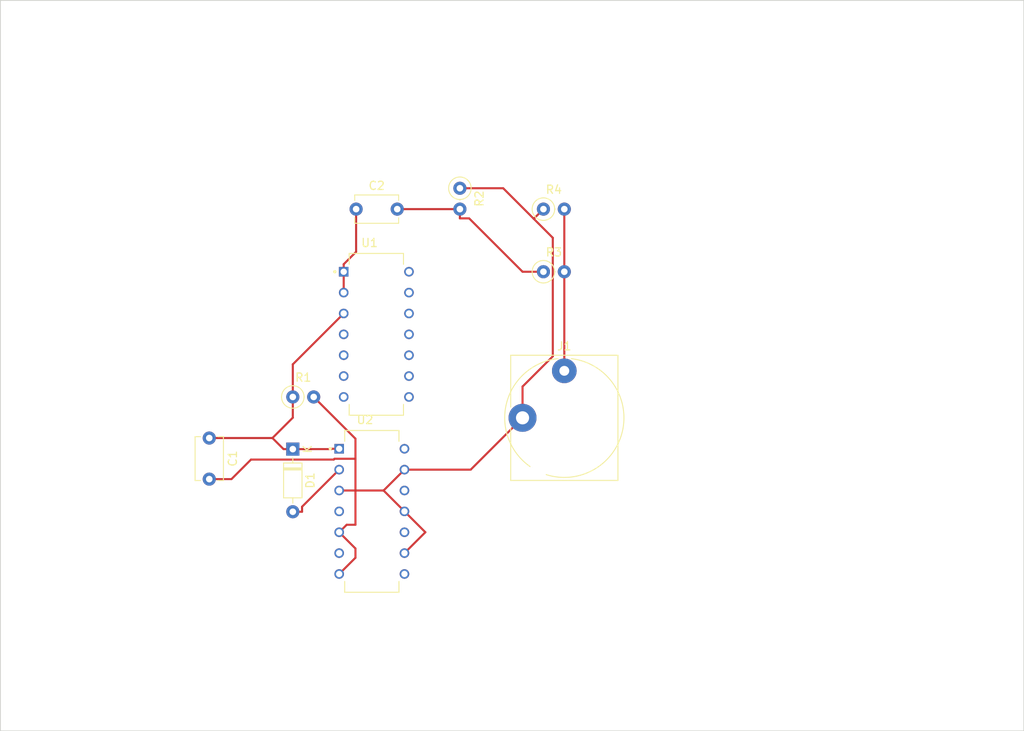
<source format=kicad_pcb>
(kicad_pcb (version 20221018) (generator pcbnew)
  (layers (0 "F.Cu" signal) (31 "B.Cu" signal) (34 "B.Paste" user) (35 "F.Paste" user) (36 "B.SilkS" user "B.Silkscreen") (37 "F.SilkS" user "F.Silkscreen") (38 "B.Mask" user) (39 "F.Mask" user) (44 "Edge.Cuts" user))
  (net 0 "")
  (footprint "Resistor_THT:R_Axial_DIN0207_L6.3mm_D2.5mm_P2.54mm_Vertical" (layer "F.Cu") (at 129.54 101.6)
    (fp_text reference "R1" (at 1.27 -2.37) (layer "F.SilkS"))
    (fp_text value "R")
    (fp_line (start 1.37 0) (end 1.44 0) (stroke (width 0.12)) (layer "F.SilkS"))
    (fp_circle (center 0 0) (end 1.37 0) (stroke (width 0.12)) (fill none) (layer "F.SilkS"))
    (pad "1" thru_hole circle (at 0 0) (size 1.6 1.6) (drill 0.8) (layers "*.Cu" "*.Mask"))
    (pad "2" thru_hole oval (at 2.54 0) (size 1.6 1.6) (drill 0.8) (layers "*.Cu" "*.Mask"))
  )
  (footprint "Capacitor_THT:C_Disc_D5.1mm_W3.2mm_P5.00mm" (layer "F.Cu") (at 137.24 78.74)
    (fp_text reference "C2" (at 2.5 -2.85) (layer "F.SilkS"))
    (fp_text value "C")
    (fp_line (start -0.17 -1.721) (end -0.17 -1.055) (stroke (width 0.12)) (layer "F.SilkS"))
    (fp_line (start -0.17 -1.721) (end 5.17 -1.721) (stroke (width 0.12)) (layer "F.SilkS"))
    (fp_line (start -0.17 1.055) (end -0.17 1.721) (stroke (width 0.12)) (layer "F.SilkS"))
    (fp_line (start -0.17 1.721) (end 5.17 1.721) (stroke (width 0.12)) (layer "F.SilkS"))
    (fp_line (start 5.17 -1.721) (end 5.17 -1.055) (stroke (width 0.12)) (layer "F.SilkS"))
    (fp_line (start 5.17 1.055) (end 5.17 1.721) (stroke (width 0.12)) (layer "F.SilkS"))
    (pad "1" thru_hole circle (at 0 0) (size 1.6 1.6) (drill 0.8) (layers "*.Cu" "*.Mask"))
    (pad "2" thru_hole circle (at 5 0) (size 1.6 1.6) (drill 0.8) (layers "*.Cu" "*.Mask"))
  )
  (footprint "Diode_THT:D_DO-35_SOD27_P7.62mm_Horizontal" (layer "F.Cu") (at 129.54 107.95 -90)
    (fp_text reference "D1" (at 3.81 -2.12 90) (layer "F.SilkS"))
    (fp_text value "1N4148")
    (fp_text user "K" (at 0 -1.8 90) (layer "F.SilkS"))
    (fp_line (start 1.04 0) (end 1.69 0) (stroke (width 0.12)) (layer "F.SilkS"))
    (fp_line (start 1.69 -1.12) (end 1.69 1.12) (stroke (width 0.12)) (layer "F.SilkS"))
    (fp_line (start 1.69 1.12) (end 5.93 1.12) (stroke (width 0.12)) (layer "F.SilkS"))
    (fp_line (start 2.29 -1.12) (end 2.29 1.12) (stroke (width 0.12)) (layer "F.SilkS"))
    (fp_line (start 2.41 -1.12) (end 2.41 1.12) (stroke (width 0.12)) (layer "F.SilkS"))
    (fp_line (start 2.53 -1.12) (end 2.53 1.12) (stroke (width 0.12)) (layer "F.SilkS"))
    (fp_line (start 5.93 -1.12) (end 1.69 -1.12) (stroke (width 0.12)) (layer "F.SilkS"))
    (fp_line (start 5.93 1.12) (end 5.93 -1.12) (stroke (width 0.12)) (layer "F.SilkS"))
    (fp_line (start 6.58 0) (end 5.93 0) (stroke (width 0.12)) (layer "F.SilkS"))
    (pad "1" thru_hole rect (at 0 0 270) (size 1.6 1.6) (drill 0.8) (layers "*.Cu" "*.Mask"))
    (pad "2" thru_hole oval (at 7.62 0 270) (size 1.6 1.6) (drill 0.8) (layers "*.Cu" "*.Mask"))
  )
  (footprint "CD40106BE:DIP794W45P254L1969H508Q14" (layer "F.Cu") (at 139.15 115.525)
    (fp_text reference "U2" (at -0.825 -11.135) (layer "F.SilkS"))
    (fp_text value "40106")
    (fp_line (start -3.3 -9.845) (end 3.3 -9.845) (stroke (width 0.127)) (layer "F.SilkS"))
    (fp_line (start -3.3 -8.525) (end -3.3 -9.845) (stroke (width 0.127)) (layer "F.SilkS"))
    (fp_line (start -3.3 9.845) (end -3.3 8.525) (stroke (width 0.127)) (layer "F.SilkS"))
    (fp_line (start 3.3 -9.845) (end 3.3 -8.525) (stroke (width 0.127)) (layer "F.SilkS"))
    (fp_line (start 3.3 8.525) (end 3.3 9.845) (stroke (width 0.127)) (layer "F.SilkS"))
    (fp_line (start 3.3 9.845) (end -3.3 9.845) (stroke (width 0.127)) (layer "F.SilkS"))
    (fp_circle (center -5.055 -7.62) (end -4.955 -7.62) (stroke (width 0.2)) (fill none) (layer "F.SilkS"))
    (pad "1" thru_hole rect (at -3.97 -7.62) (size 1.17 1.17) (drill 0.77) (layers "*.Cu" "*.Mask"))
    (pad "2" thru_hole circle (at -3.97 -5.08) (size 1.17 1.17) (drill 0.77) (layers "*.Cu" "*.Mask"))
    (pad "3" thru_hole circle (at -3.97 -2.54) (size 1.17 1.17) (drill 0.77) (layers "*.Cu" "*.Mask"))
    (pad "4" thru_hole circle (at -3.97 0) (size 1.17 1.17) (drill 0.77) (layers "*.Cu" "*.Mask"))
    (pad "5" thru_hole circle (at -3.97 2.54) (size 1.17 1.17) (drill 0.77) (layers "*.Cu" "*.Mask"))
    (pad "6" thru_hole circle (at -3.97 5.08) (size 1.17 1.17) (drill 0.77) (layers "*.Cu" "*.Mask"))
    (pad "7" thru_hole circle (at -3.97 7.62) (size 1.17 1.17) (drill 0.77) (layers "*.Cu" "*.Mask"))
    (pad "8" thru_hole circle (at 3.97 7.62) (size 1.17 1.17) (drill 0.77) (layers "*.Cu" "*.Mask"))
    (pad "9" thru_hole circle (at 3.97 5.08) (size 1.17 1.17) (drill 0.77) (layers "*.Cu" "*.Mask"))
    (pad "10" thru_hole circle (at 3.97 2.54) (size 1.17 1.17) (drill 0.77) (layers "*.Cu" "*.Mask"))
    (pad "11" thru_hole circle (at 3.97 0) (size 1.17 1.17) (drill 0.77) (layers "*.Cu" "*.Mask"))
    (pad "12" thru_hole circle (at 3.97 -2.54) (size 1.17 1.17) (drill 0.77) (layers "*.Cu" "*.Mask"))
    (pad "13" thru_hole circle (at 3.97 -5.08) (size 1.17 1.17) (drill 0.77) (layers "*.Cu" "*.Mask"))
    (pad "14" thru_hole circle (at 3.97 -7.62) (size 1.17 1.17) (drill 0.77) (layers "*.Cu" "*.Mask"))
  )
  (footprint "Resistor_THT:R_Axial_DIN0207_L6.3mm_D2.5mm_P2.54mm_Vertical" (layer "F.Cu") (at 149.86 76.2 -90)
    (fp_text reference "R2" (at 1.27 -2.37 90) (layer "F.SilkS"))
    (fp_text value "R")
    (fp_line (start 1.37 0) (end 1.44 0) (stroke (width 0.12)) (layer "F.SilkS"))
    (fp_circle (center 0 0) (end 1.37 0) (stroke (width 0.12)) (fill none) (layer "F.SilkS"))
    (pad "1" thru_hole circle (at 0 0 270) (size 1.6 1.6) (drill 0.8) (layers "*.Cu" "*.Mask"))
    (pad "2" thru_hole oval (at 2.54 0 270) (size 1.6 1.6) (drill 0.8) (layers "*.Cu" "*.Mask"))
  )
  (footprint "Capacitor_THT:C_Disc_D5.1mm_W3.2mm_P5.00mm" (layer "F.Cu") (at 119.38 106.6 -90)
    (fp_text reference "C1" (at 2.5 -2.85 90) (layer "F.SilkS"))
    (fp_text value "C")
    (fp_line (start -0.17 -1.721) (end -0.17 -1.055) (stroke (width 0.12)) (layer "F.SilkS"))
    (fp_line (start -0.17 -1.721) (end 5.17 -1.721) (stroke (width 0.12)) (layer "F.SilkS"))
    (fp_line (start -0.17 1.055) (end -0.17 1.721) (stroke (width 0.12)) (layer "F.SilkS"))
    (fp_line (start -0.17 1.721) (end 5.17 1.721) (stroke (width 0.12)) (layer "F.SilkS"))
    (fp_line (start 5.17 -1.721) (end 5.17 -1.055) (stroke (width 0.12)) (layer "F.SilkS"))
    (fp_line (start 5.17 1.055) (end 5.17 1.721) (stroke (width 0.12)) (layer "F.SilkS"))
    (pad "1" thru_hole circle (at 0 0 270) (size 1.6 1.6) (drill 0.8) (layers "*.Cu" "*.Mask"))
    (pad "2" thru_hole circle (at 5 0 270) (size 1.6 1.6) (drill 0.8) (layers "*.Cu" "*.Mask"))
  )
  (footprint "Connector_Audio:Jack_6.35mm_Neutrik_NJ2FD-V_Vertical" (layer "F.Cu") (at 162.56 98.42)
    (fp_text reference "J1" (at 0 -3) (layer "F.SilkS"))
    (fp_text value "AudioJack2")
    (fp_line (start -6.52 -1.9) (end -6.52 4.42) (stroke (width 0.12)) (layer "F.SilkS"))
    (fp_line (start -6.52 -1.9) (end 6.52 -1.9) (stroke (width 0.12)) (layer "F.SilkS"))
    (fp_line (start -6.52 7.02) (end -6.52 13.34) (stroke (width 0.12)) (layer "F.SilkS"))
    (fp_line (start -6.52 13.34) (end 6.52 13.34) (stroke (width 0.12)) (layer "F.SilkS"))
    (fp_line (start 6.52 -1.9) (end 6.52 13.34) (stroke (width 0.12)) (layer "F.SilkS"))
    (fp_arc (start -4.164153 11.6535) (mid -7.016062 3.897509) (end -0.75 -1.49) (stroke (width 0.12)) (layer "F.SilkS"))
    (fp_arc (start 0.84109 -1.482824) (mid 7.089049 7.247578) (end -2.2 12.63) (stroke (width 0.12)) (layer "F.SilkS"))
    (pad "" np_thru_hole circle (at -3.18 12.07 180) (size 1.6 1.6) (drill 1.6) (layers "F&B.Cu" "*.Mask"))
    (pad "" np_thru_hole circle (at 3.81 1.91 180) (size 2.1 2.1) (drill 2.1) (layers "F&B.Cu" "*.Mask"))
    (pad "S" thru_hole circle (at -5.08 5.72 180) (size 3.4 3.4) (drill 1.6) (layers "*.Cu" "*.Mask"))
    (pad "T" thru_hole circle (at 0 0 180) (size 3 3) (drill 1.2) (layers "*.Cu" "*.Mask"))
  )
  (footprint "Resistor_THT:R_Axial_DIN0207_L6.3mm_D2.5mm_P2.54mm_Vertical" (layer "F.Cu") (at 160.02 78.74)
    (fp_text reference "R4" (at 1.27 -2.37) (layer "F.SilkS"))
    (fp_text value "R")
    (fp_line (start 1.37 0) (end 1.44 0) (stroke (width 0.12)) (layer "F.SilkS"))
    (fp_circle (center 0 0) (end 1.37 0) (stroke (width 0.12)) (fill none) (layer "F.SilkS"))
    (pad "1" thru_hole circle (at 0 0) (size 1.6 1.6) (drill 0.8) (layers "*.Cu" "*.Mask"))
    (pad "2" thru_hole oval (at 2.54 0) (size 1.6 1.6) (drill 0.8) (layers "*.Cu" "*.Mask"))
  )
  (footprint "Resistor_THT:R_Axial_DIN0207_L6.3mm_D2.5mm_P2.54mm_Vertical" (layer "F.Cu") (at 160.02 86.36)
    (fp_text reference "R3" (at 1.27 -2.37) (layer "F.SilkS"))
    (fp_text value "R")
    (fp_line (start 1.37 0) (end 1.44 0) (stroke (width 0.12)) (layer "F.SilkS"))
    (fp_circle (center 0 0) (end 1.37 0) (stroke (width 0.12)) (fill none) (layer "F.SilkS"))
    (pad "1" thru_hole circle (at 0 0) (size 1.6 1.6) (drill 0.8) (layers "*.Cu" "*.Mask"))
    (pad "2" thru_hole oval (at 2.54 0) (size 1.6 1.6) (drill 0.8) (layers "*.Cu" "*.Mask"))
  )
  (footprint "TL074CN:DIP794W45P254L1969H508Q14" (layer "F.Cu") (at 139.7 93.98)
    (fp_text reference "U1" (at -0.825 -11.135) (layer "F.SilkS"))
    (fp_text value "TL074")
    (fp_line (start -3.3 -9.845) (end 3.3 -9.845) (stroke (width 0.127)) (layer "F.SilkS"))
    (fp_line (start -3.3 -8.525) (end -3.3 -9.845) (stroke (width 0.127)) (layer "F.SilkS"))
    (fp_line (start -3.3 9.845) (end -3.3 8.525) (stroke (width 0.127)) (layer "F.SilkS"))
    (fp_line (start 3.3 -9.845) (end 3.3 -8.525) (stroke (width 0.127)) (layer "F.SilkS"))
    (fp_line (start 3.3 8.525) (end 3.3 9.845) (stroke (width 0.127)) (layer "F.SilkS"))
    (fp_line (start 3.3 9.845) (end -3.3 9.845) (stroke (width 0.127)) (layer "F.SilkS"))
    (fp_circle (center -5.055 -7.62) (end -4.955 -7.62) (stroke (width 0.2)) (fill none) (layer "F.SilkS"))
    (pad "1" thru_hole rect (at -3.97 -7.62) (size 1.17 1.17) (drill 0.77) (layers "*.Cu" "*.Mask"))
    (pad "2" thru_hole circle (at -3.97 -5.08) (size 1.17 1.17) (drill 0.77) (layers "*.Cu" "*.Mask"))
    (pad "3" thru_hole circle (at -3.97 -2.54) (size 1.17 1.17) (drill 0.77) (layers "*.Cu" "*.Mask"))
    (pad "4" thru_hole circle (at -3.97 0) (size 1.17 1.17) (drill 0.77) (layers "*.Cu" "*.Mask"))
    (pad "5" thru_hole circle (at -3.97 2.54) (size 1.17 1.17) (drill 0.77) (layers "*.Cu" "*.Mask"))
    (pad "6" thru_hole circle (at -3.97 5.08) (size 1.17 1.17) (drill 0.77) (layers "*.Cu" "*.Mask"))
    (pad "7" thru_hole circle (at -3.97 7.62) (size 1.17 1.17) (drill 0.77) (layers "*.Cu" "*.Mask"))
    (pad "8" thru_hole circle (at 3.97 7.62) (size 1.17 1.17) (drill 0.77) (layers "*.Cu" "*.Mask"))
    (pad "9" thru_hole circle (at 3.97 5.08) (size 1.17 1.17) (drill 0.77) (layers "*.Cu" "*.Mask"))
    (pad "10" thru_hole circle (at 3.97 2.54) (size 1.17 1.17) (drill 0.77) (layers "*.Cu" "*.Mask"))
    (pad "11" thru_hole circle (at 3.97 0) (size 1.17 1.17) (drill 0.77) (layers "*.Cu" "*.Mask"))
    (pad "12" thru_hole circle (at 3.97 -2.54) (size 1.17 1.17) (drill 0.77) (layers "*.Cu" "*.Mask"))
    (pad "13" thru_hole circle (at 3.97 -5.08) (size 1.17 1.17) (drill 0.77) (layers "*.Cu" "*.Mask"))
    (pad "14" thru_hole circle (at 3.97 -7.62) (size 1.17 1.17) (drill 0.77) (layers "*.Cu" "*.Mask"))
  )
  (gr_rect (start 93.98 53.34) (end 218.44 142.24) (stroke (width 0.1)) (fill none) (layer "Edge.Cuts"))
  (segment (start 134.62 109.116) (end 137.056 109.116) (width 0.25) (layer "F.Cu") (net 0))
  (segment (start 128.413 107.95) (end 127.063 106.6) (width 0.25) (layer "F.Cu") (net 0))
  (segment (start 158.844 79.9159) (end 161.159 82.231) (width 0.25) (layer "F.Cu") (net 0))
  (segment (start 157.48 86.36) (end 160.02 86.36) (width 0.25) (layer "F.Cu") (net 0))
  (segment (start 119.38 111.6) (end 122.08 111.6) (width 0.25) (layer "F.Cu") (net 0))
  (segment (start 127.063 106.6) (end 119.38 106.6) (width 0.25) (layer "F.Cu") (net 0))
  (segment (start 137.056 109.116) (end 134.62 109.116) (width 0.25) (layer "F.Cu") (net 0))
  (segment (start 137.16 121.165) (end 137.16 120.045) (width 0.25) (layer "F.Cu") (net 0))
  (segment (start 143.12 120.605) (end 145.66 118.065) (width 0.25) (layer "F.Cu") (net 0))
  (segment (start 137.24 83.9381) (end 137.24 78.74) (width 0.25) (layer "F.Cu") (net 0))
  (segment (start 157.48 100.334) (end 157.48 104.14) (width 0.25) (layer "F.Cu") (net 0))
  (segment (start 134.516 109.22) (end 134.62 109.116) (width 0.25) (layer "F.Cu") (net 0))
  (segment (start 130.667 115.57) (end 130.667 114.958) (width 0.25) (layer "F.Cu") (net 0))
  (segment (start 149.86 76.2) (end 155.1281 76.2) (width 0.25) (layer "F.Cu") (net 0))
  (segment (start 149.86 78.74) (end 149.86 79.8669) (width 0.25) (layer "F.Cu") (net 0))
  (segment (start 150.9869 79.8669) (end 149.86 79.8669) (width 0.25) (layer "F.Cu") (net 0))
  (segment (start 127.063 106.6) (end 129.54 104.123) (width 0.25) (layer "F.Cu") (net 0))
  (segment (start 143.12 115.525) (end 140.58 112.985) (width 0.25) (layer "F.Cu") (net 0))
  (segment (start 160.02 78.74) (end 158.844 79.9159) (width 0.25) (layer "F.Cu") (net 0))
  (segment (start 137.16 109.22) (end 137.16 112.985) (width 0.25) (layer "F.Cu") (net 0))
  (segment (start 129.54 104.123) (end 129.54 101.6) (width 0.25) (layer "F.Cu") (net 0))
  (segment (start 137.056 109.116) (end 137.16 109.116) (width 0.25) (layer "F.Cu") (net 0))
  (segment (start 135.73 86.36) (end 135.73 85.4481) (width 0.25) (layer "F.Cu") (net 0))
  (segment (start 129.54 115.57) (end 130.667 115.57) (width 0.25) (layer "F.Cu") (net 0))
  (segment (start 135.18 123.145) (end 137.16 121.165) (width 0.25) (layer "F.Cu") (net 0))
  (segment (start 134.223 107.95) (end 129.54 107.95) (width 0.25) (layer "F.Cu") (net 0))
  (segment (start 137.16 106.68) (end 137.16 109.116) (width 0.25) (layer "F.Cu") (net 0))
  (segment (start 135.18 107.905) (end 134.268 107.905) (width 0.25) (layer "F.Cu") (net 0))
  (segment (start 137.16 109.22) (end 137.056 109.116) (width 0.25) (layer "F.Cu") (net 0))
  (segment (start 137.16 112.985) (end 135.18 112.985) (width 0.25) (layer "F.Cu") (net 0))
  (segment (start 162.56 78.74) (end 162.56 86.36) (width 0.25) (layer "F.Cu") (net 0))
  (segment (start 129.54 107.95) (end 128.413 107.95) (width 0.25) (layer "F.Cu") (net 0))
  (segment (start 161.159 82.231) (end 161.159 96.6544) (width 0.25) (layer "F.Cu") (net 0))
  (segment (start 151.175 110.445) (end 143.12 110.445) (width 0.25) (layer "F.Cu") (net 0))
  (segment (start 124.46 109.22) (end 134.516 109.22) (width 0.25) (layer "F.Cu") (net 0))
  (segment (start 137.16 117.153) (end 136.092 117.153) (width 0.25) (layer "F.Cu") (net 0))
  (segment (start 155.1281 76.2) (end 158.844 79.9159) (width 0.25) (layer "F.Cu") (net 0))
  (segment (start 157.48 104.14) (end 151.175 110.445) (width 0.25) (layer "F.Cu") (net 0))
  (segment (start 130.667 114.958) (end 135.18 110.445) (width 0.25) (layer "F.Cu") (net 0))
  (segment (start 136.092 117.153) (end 135.18 118.065) (width 0.25) (layer "F.Cu") (net 0))
  (segment (start 137.16 109.116) (end 137.16 109.22) (width 0.25) (layer "F.Cu") (net 0))
  (segment (start 132.08 101.6) (end 137.16 106.68) (width 0.25) (layer "F.Cu") (net 0))
  (segment (start 143.12 110.445) (end 140.58 112.985) (width 0.25) (layer "F.Cu") (net 0))
  (segment (start 161.159 96.6544) (end 157.48 100.334) (width 0.25) (layer "F.Cu") (net 0))
  (segment (start 135.73 88.9) (end 135.73 86.36) (width 0.25) (layer "F.Cu") (net 0))
  (segment (start 135.73 91.44) (end 129.54 97.63) (width 0.25) (layer "F.Cu") (net 0))
  (segment (start 145.66 118.065) (end 143.12 115.525) (width 0.25) (layer "F.Cu") (net 0))
  (segment (start 134.268 107.905) (end 134.223 107.95) (width 0.25) (layer "F.Cu") (net 0))
  (segment (start 162.56 98.42) (end 162.56 86.36) (width 0.25) (layer "F.Cu") (net 0))
  (segment (start 135.73 85.4481) (end 137.24 83.9381) (width 0.25) (layer "F.Cu") (net 0))
  (segment (start 140.58 112.985) (end 137.16 112.985) (width 0.25) (layer "F.Cu") (net 0))
  (segment (start 122.08 111.6) (end 124.46 109.22) (width 0.25) (layer "F.Cu") (net 0))
  (segment (start 129.54 97.63) (end 129.54 101.6) (width 0.25) (layer "F.Cu") (net 0))
  (segment (start 137.16 120.045) (end 135.18 118.065) (width 0.25) (layer "F.Cu") (net 0))
  (segment (start 142.24 78.74) (end 149.86 78.74) (width 0.25) (layer "F.Cu") (net 0))
  (segment (start 157.48 86.36) (end 150.9869 79.8669) (width 0.25) (layer "F.Cu") (net 0))
  (segment (start 137.16 112.985) (end 137.16 117.153) (width 0.25) (layer "F.Cu") (net 0))
  (segment (start 137.16 109.116) (end 137.16 109.22) (width 0.25) (layer "F.Cu") (net 0))
)
</source>
